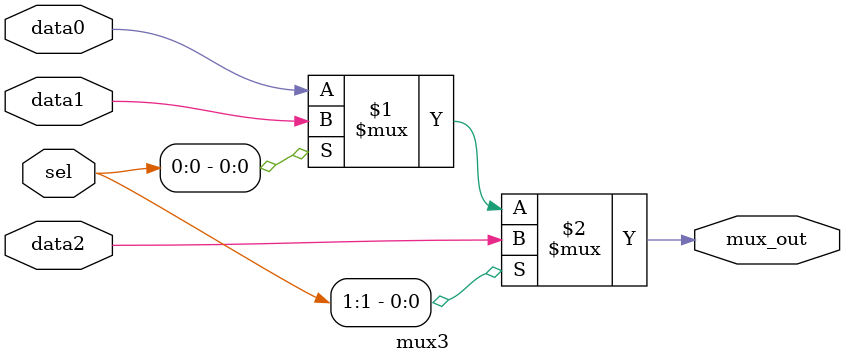
<source format=sv>
module mux3 #(
  parameter N = 1
)(
  input  logic [N-1:0] data0, data1, data2,
  input  logic [1:0]   sel,
  output logic [N-1:0] mux_out);

  assign mux_out = sel[1] ? data2 : (sel[0] ? data1 : data0);

endmodule

</source>
